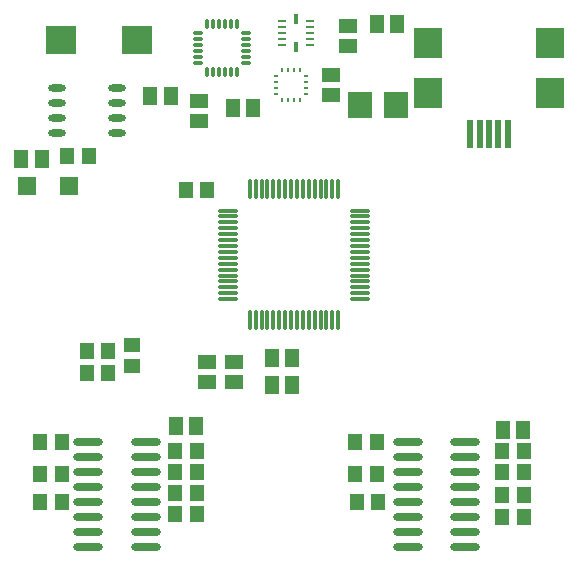
<source format=gtp>
%FSAX24Y24*%
%MOIN*%
G70*
G01*
G75*
G04 Layer_Color=8421504*
%ADD10O,0.0118X0.0709*%
%ADD11O,0.0709X0.0118*%
%ADD12R,0.0472X0.0551*%
%ADD13R,0.0512X0.0591*%
%ADD14R,0.1024X0.0945*%
%ADD15O,0.0591X0.0236*%
%ADD16R,0.0197X0.0925*%
%ADD17R,0.0925X0.0984*%
%ADD18R,0.0787X0.0866*%
%ADD19R,0.0591X0.0591*%
%ADD20O,0.0984X0.0276*%
%ADD21R,0.0114X0.0177*%
%ADD22R,0.0177X0.0114*%
%ADD23R,0.0126X0.0354*%
%ADD24R,0.0315X0.0114*%
%ADD25O,0.0354X0.0116*%
%ADD26O,0.0116X0.0354*%
%ADD27R,0.0551X0.0472*%
%ADD28R,0.0591X0.0512*%
%ADD29C,0.0080*%
%ADD30C,0.0200*%
%ADD31C,0.0512*%
%ADD32C,0.0591*%
%ADD33R,0.0591X0.0591*%
%ADD34C,0.0280*%
%ADD35R,0.0551X0.0433*%
%ADD36C,0.0100*%
%ADD37C,0.0079*%
%ADD38C,0.0236*%
%ADD39C,0.0098*%
D10*
X028774Y043285D02*
D03*
X028970D02*
D03*
X029167D02*
D03*
X029364D02*
D03*
X029561D02*
D03*
X029758D02*
D03*
X029955D02*
D03*
X030152D02*
D03*
X030348D02*
D03*
X030545D02*
D03*
X030742D02*
D03*
X030939D02*
D03*
X031136D02*
D03*
X031333D02*
D03*
X031530D02*
D03*
X031726D02*
D03*
Y038915D02*
D03*
X031530D02*
D03*
X031333D02*
D03*
X031136D02*
D03*
X030939D02*
D03*
X030742D02*
D03*
X030545D02*
D03*
X030348D02*
D03*
X030152D02*
D03*
X029955D02*
D03*
X029758D02*
D03*
X029561D02*
D03*
X029364D02*
D03*
X029167D02*
D03*
X028970D02*
D03*
X028774D02*
D03*
D11*
X032435Y042576D02*
D03*
Y042380D02*
D03*
Y042183D02*
D03*
Y041986D02*
D03*
Y041789D02*
D03*
Y041592D02*
D03*
Y041395D02*
D03*
Y041198D02*
D03*
Y041002D02*
D03*
Y040805D02*
D03*
Y040608D02*
D03*
Y040411D02*
D03*
Y040214D02*
D03*
Y040017D02*
D03*
Y039820D02*
D03*
Y039624D02*
D03*
X028065D02*
D03*
Y039820D02*
D03*
Y040017D02*
D03*
Y040214D02*
D03*
Y040411D02*
D03*
Y040608D02*
D03*
Y040805D02*
D03*
Y041002D02*
D03*
Y041198D02*
D03*
Y041395D02*
D03*
Y041592D02*
D03*
Y041789D02*
D03*
Y041986D02*
D03*
Y042183D02*
D03*
Y042380D02*
D03*
Y042576D02*
D03*
D12*
X027354Y043250D02*
D03*
X026646D02*
D03*
X024054Y037900D02*
D03*
X023346D02*
D03*
X032346Y032850D02*
D03*
X033054D02*
D03*
X033004Y033800D02*
D03*
X032296D02*
D03*
X032296Y034850D02*
D03*
X033004D02*
D03*
X023404Y044400D02*
D03*
X022696D02*
D03*
X027004Y034550D02*
D03*
X026296D02*
D03*
X027004Y033150D02*
D03*
X026296D02*
D03*
X037904Y033100D02*
D03*
X037196D02*
D03*
X027004Y033850D02*
D03*
X026296D02*
D03*
X037904D02*
D03*
X037196D02*
D03*
X037904Y034550D02*
D03*
X037196D02*
D03*
X027004Y032450D02*
D03*
X026296D02*
D03*
X037904Y032350D02*
D03*
X037196D02*
D03*
X021796Y034850D02*
D03*
X022504D02*
D03*
X021796Y032850D02*
D03*
X022504D02*
D03*
Y033800D02*
D03*
X021796D02*
D03*
X024054Y037150D02*
D03*
X023346D02*
D03*
D13*
X021165Y044300D02*
D03*
X021835D02*
D03*
X026985Y035400D02*
D03*
X026315D02*
D03*
X037215Y035250D02*
D03*
X037885D02*
D03*
X029515Y037650D02*
D03*
X030185D02*
D03*
X029515Y036750D02*
D03*
X030185D02*
D03*
X028215Y046000D02*
D03*
X028885D02*
D03*
X026135Y046400D02*
D03*
X025465D02*
D03*
X033015Y048800D02*
D03*
X033685D02*
D03*
D14*
X025010Y048250D02*
D03*
X022490D02*
D03*
D15*
X022346Y046650D02*
D03*
Y046150D02*
D03*
Y045650D02*
D03*
Y045150D02*
D03*
X024354Y046650D02*
D03*
Y046150D02*
D03*
Y045650D02*
D03*
Y045150D02*
D03*
D16*
X037065Y045129D02*
D03*
X037380D02*
D03*
X036750D02*
D03*
X036435D02*
D03*
X036120Y045130D02*
D03*
D17*
X038787Y046497D02*
D03*
X034713D02*
D03*
X038787Y048171D02*
D03*
X034713D02*
D03*
D18*
X032459Y046100D02*
D03*
X033641D02*
D03*
D19*
X021361Y043400D02*
D03*
X022739D02*
D03*
D20*
X025315Y031350D02*
D03*
Y031850D02*
D03*
Y032350D02*
D03*
Y032850D02*
D03*
Y033350D02*
D03*
Y033850D02*
D03*
Y034350D02*
D03*
Y034850D02*
D03*
X023385Y031350D02*
D03*
Y031850D02*
D03*
Y032350D02*
D03*
Y032850D02*
D03*
Y033350D02*
D03*
Y033850D02*
D03*
Y034350D02*
D03*
Y034850D02*
D03*
X035965Y031350D02*
D03*
Y031850D02*
D03*
Y032350D02*
D03*
Y032850D02*
D03*
Y033350D02*
D03*
Y033850D02*
D03*
Y034350D02*
D03*
Y034850D02*
D03*
X034035Y031350D02*
D03*
Y031850D02*
D03*
Y032350D02*
D03*
Y032850D02*
D03*
Y033350D02*
D03*
Y033850D02*
D03*
Y034350D02*
D03*
Y034850D02*
D03*
D21*
X029857Y047257D02*
D03*
X030054D02*
D03*
X030250D02*
D03*
X030447D02*
D03*
Y046253D02*
D03*
X030250D02*
D03*
X030054D02*
D03*
X029857D02*
D03*
D22*
X030654Y047050D02*
D03*
Y046853D02*
D03*
Y046656D02*
D03*
Y046459D02*
D03*
X029650D02*
D03*
Y046656D02*
D03*
Y046853D02*
D03*
Y047050D02*
D03*
D23*
X030322Y048034D02*
D03*
Y048979D02*
D03*
D24*
X030795Y048900D02*
D03*
Y048703D02*
D03*
Y048506D02*
D03*
Y048309D02*
D03*
Y048113D02*
D03*
X029850Y048900D02*
D03*
Y048703D02*
D03*
Y048506D02*
D03*
Y048309D02*
D03*
Y048113D02*
D03*
D25*
X027043Y048492D02*
D03*
Y048295D02*
D03*
Y048098D02*
D03*
Y047902D02*
D03*
Y047705D02*
D03*
Y047508D02*
D03*
X028657D02*
D03*
Y047705D02*
D03*
Y047902D02*
D03*
Y048098D02*
D03*
Y048295D02*
D03*
Y048492D02*
D03*
D26*
X027358Y047193D02*
D03*
X027555D02*
D03*
X027752D02*
D03*
X027948D02*
D03*
X028145D02*
D03*
X028342D02*
D03*
Y048807D02*
D03*
X028145D02*
D03*
X027948D02*
D03*
X027752D02*
D03*
X027555D02*
D03*
X027358D02*
D03*
D27*
X024850Y037396D02*
D03*
Y038104D02*
D03*
D28*
X027350Y037535D02*
D03*
Y036865D02*
D03*
X028250Y037535D02*
D03*
Y036865D02*
D03*
X032050Y048735D02*
D03*
Y048065D02*
D03*
X031500Y047085D02*
D03*
Y046415D02*
D03*
X027100Y046235D02*
D03*
Y045565D02*
D03*
M02*

</source>
